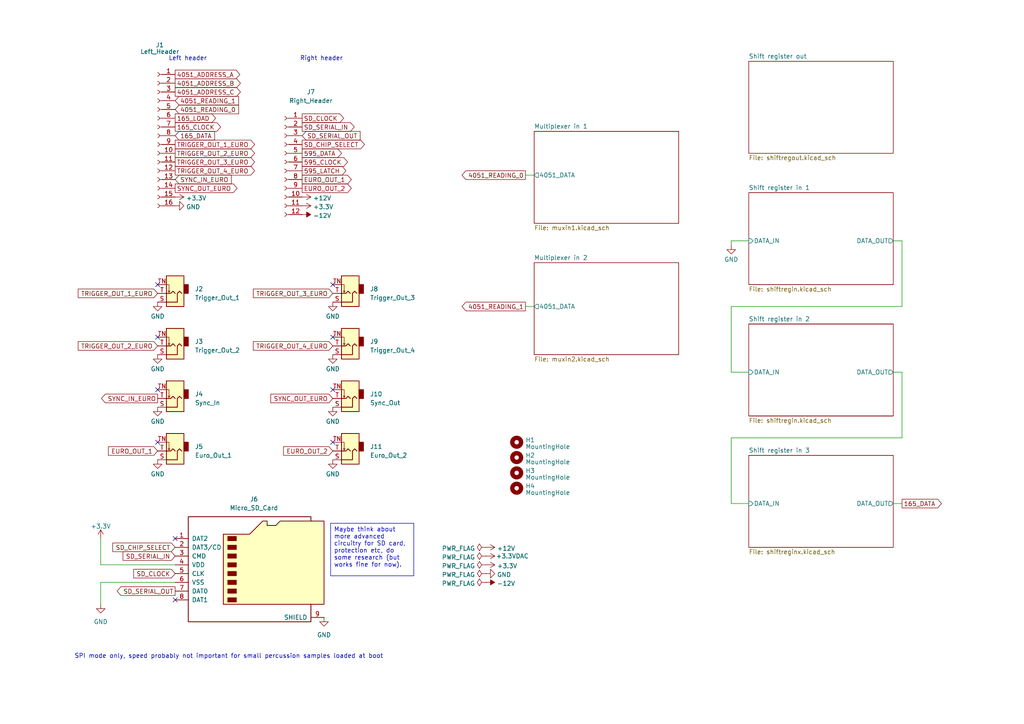
<source format=kicad_sch>
(kicad_sch (version 20230121) (generator eeschema)
  (paper "A4")
  (title_block (title "Drumkid") (rev "2.00"))
  (lib_symbols
    (symbol "Connector:Conn_01x12_Socket" (pin_names (offset 1.016) hide)
      (property "Reference" "J" (at 0 15.24 0))
      (property "Value" "Conn_01x12_Socket" (at 0 -17.78 0))
      (symbol "Conn_01x12_Socket_1_1"
        (arc (start 0 -14.732) (mid -0.5058 -15.24) (end 0 -15.748) (stroke (width 0.1524)))
        (arc (start 0 -12.192) (mid -0.5058 -12.7) (end 0 -13.208) (stroke (width 0.1524)))
        (arc (start 0 -9.652) (mid -0.5058 -10.16) (end 0 -10.668) (stroke (width 0.1524)))
        (arc (start 0 -7.112) (mid -0.5058 -7.62) (end 0 -8.128) (stroke (width 0.1524)))
        (arc (start 0 -4.572) (mid -0.5058 -5.08) (end 0 -5.588) (stroke (width 0.1524)))
        (arc (start 0 -2.032) (mid -0.5058 -2.54) (end 0 -3.048) (stroke (width 0.1524)))
        (polyline (pts (xy -1.27 -15.24) (xy -0.508 -15.24)) (stroke (width 0.1524)))
        (polyline (pts (xy -1.27 -12.7) (xy -0.508 -12.7)) (stroke (width 0.1524)))
        (polyline (pts (xy -1.27 -10.16) (xy -0.508 -10.16)) (stroke (width 0.1524)))
        (polyline (pts (xy -1.27 -7.62) (xy -0.508 -7.62)) (stroke (width 0.1524)))
        (polyline (pts (xy -1.27 -5.08) (xy -0.508 -5.08)) (stroke (width 0.1524)))
        (polyline (pts (xy -1.27 -2.54) (xy -0.508 -2.54)) (stroke (width 0.1524)))
        (polyline (pts (xy -1.27 0) (xy -0.508 0)) (stroke (width 0.1524)))
        (polyline (pts (xy -1.27 2.54) (xy -0.508 2.54)) (stroke (width 0.1524)))
        (polyline (pts (xy -1.27 5.08) (xy -0.508 5.08)) (stroke (width 0.1524)))
        (polyline (pts (xy -1.27 7.62) (xy -0.508 7.62)) (stroke (width 0.1524)))
        (polyline (pts (xy -1.27 10.16) (xy -0.508 10.16)) (stroke (width 0.1524)))
        (polyline (pts (xy -1.27 12.7) (xy -0.508 12.7)) (stroke (width 0.1524)))
        (arc (start 0 0.508) (mid -0.5058 0) (end 0 -0.508) (stroke (width 0.1524)))
        (arc (start 0 3.048) (mid -0.5058 2.54) (end 0 2.032) (stroke (width 0.1524)))
        (arc (start 0 5.588) (mid -0.5058 5.08) (end 0 4.572) (stroke (width 0.1524)))
        (arc (start 0 8.128) (mid -0.5058 7.62) (end 0 7.112) (stroke (width 0.1524)))
        (arc (start 0 10.668) (mid -0.5058 10.16) (end 0 9.652) (stroke (width 0.1524)))
        (arc (start 0 13.208) (mid -0.5058 12.7) (end 0 12.192) (stroke (width 0.1524)))
        (pin passive line (at -5.08 12.7 0) (length 3.81) (name "Pin_1") (number "1"))
        (pin passive line (at -5.08 -10.16 0) (length 3.81) (name "Pin_10") (number "10"))
        (pin passive line (at -5.08 -12.7 0) (length 3.81) (name "Pin_11") (number "11"))
        (pin passive line (at -5.08 -15.24 0) (length 3.81) (name "Pin_12") (number "12"))
        (pin passive line (at -5.08 10.16 0) (length 3.81) (name "Pin_2") (number "2"))
        (pin passive line (at -5.08 7.62 0) (length 3.81) (name "Pin_3") (number "3"))
        (pin passive line (at -5.08 5.08 0) (length 3.81) (name "Pin_4") (number "4"))
        (pin passive line (at -5.08 2.54 0) (length 3.81) (name "Pin_5") (number "5"))
        (pin passive line (at -5.08 0 0) (length 3.81) (name "Pin_6") (number "6"))
        (pin passive line (at -5.08 -2.54 0) (length 3.81) (name "Pin_7") (number "7"))
        (pin passive line (at -5.08 -5.08 0) (length 3.81) (name "Pin_8") (number "8"))
        (pin passive line (at -5.08 -7.62 0) (length 3.81) (name "Pin_9") (number "9"))
      )
    )
    (symbol "Connector:Conn_01x16_Socket" (pin_names (offset 1.016) hide)
      (property "Reference" "J" (at 0 20.32 0))
      (property "Value" "Conn_01x16_Socket" (at 0 -22.86 0))
      (symbol "Conn_01x16_Socket_1_1"
        (arc (start 0 -19.812) (mid -0.5058 -20.32) (end 0 -20.828) (stroke (width 0.1524)))
        (arc (start 0 -17.272) (mid -0.5058 -17.78) (end 0 -18.288) (stroke (width 0.1524)))
        (arc (start 0 -14.732) (mid -0.5058 -15.24) (end 0 -15.748) (stroke (width 0.1524)))
        (arc (start 0 -12.192) (mid -0.5058 -12.7) (end 0 -13.208) (stroke (width 0.1524)))
        (arc (start 0 -9.652) (mid -0.5058 -10.16) (end 0 -10.668) (stroke (width 0.1524)))
        (arc (start 0 -7.112) (mid -0.5058 -7.62) (end 0 -8.128) (stroke (width 0.1524)))
        (arc (start 0 -4.572) (mid -0.5058 -5.08) (end 0 -5.588) (stroke (width 0.1524)))
        (arc (start 0 -2.032) (mid -0.5058 -2.54) (end 0 -3.048) (stroke (width 0.1524)))
        (polyline (pts (xy -1.27 -20.32) (xy -0.508 -20.32)) (stroke (width 0.1524)))
        (polyline (pts (xy -1.27 -17.78) (xy -0.508 -17.78)) (stroke (width 0.1524)))
        (polyline (pts (xy -1.27 -15.24) (xy -0.508 -15.24)) (stroke (width 0.1524)))
        (polyline (pts (xy -1.27 -12.7) (xy -0.508 -12.7)) (stroke (width 0.1524)))
        (polyline (pts (xy -1.27 -10.16) (xy -0.508 -10.16)) (stroke (width 0.1524)))
        (polyline (pts (xy -1.27 -7.62) (xy -0.508 -7.62)) (stroke (width 0.1524)))
        (polyline (pts (xy -1.27 -5.08) (xy -0.508 -5.08)) (stroke (width 0.1524)))
        (polyline (pts (xy -1.27 -2.54) (xy -0.508 -2.54)) (stroke (width 0.1524)))
        (polyline (pts (xy -1.27 0) (xy -0.508 0)) (stroke (width 0.1524)))
        (polyline (pts (xy -1.27 2.54) (xy -0.508 2.54)) (stroke (width 0.1524)))
        (polyline (pts (xy -1.27 5.08) (xy -0.508 5.08)) (stroke (width 0.1524)))
        (polyline (pts (xy -1.27 7.62) (xy -0.508 7.62)) (stroke (width 0.1524)))
        (polyline (pts (xy -1.27 10.16) (xy -0.508 10.16)) (stroke (width 0.1524)))
        (polyline (pts (xy -1.27 12.7) (xy -0.508 12.7)) (stroke (width 0.1524)))
        (polyline (pts (xy -1.27 15.24) (xy -0.508 15.24)) (stroke (width 0.1524)))
        (polyline (pts (xy -1.27 17.78) (xy -0.508 17.78)) (stroke (width 0.1524)))
        (arc (start 0 0.508) (mid -0.5058 0) (end 0 -0.508) (stroke (width 0.1524)))
        (arc (start 0 3.048) (mid -0.5058 2.54) (end 0 2.032) (stroke (width 0.1524)))
        (arc (start 0 5.588) (mid -0.5058 5.08) (end 0 4.572) (stroke (width 0.1524)))
        (arc (start 0 8.128) (mid -0.5058 7.62) (end 0 7.112) (stroke (width 0.1524)))
        (arc (start 0 10.668) (mid -0.5058 10.16) (end 0 9.652) (stroke (width 0.1524)))
        (arc (start 0 13.208) (mid -0.5058 12.7) (end 0 12.192) (stroke (width 0.1524)))
        (arc (start 0 15.748) (mid -0.5058 15.24) (end 0 14.732) (stroke (width 0.1524)))
        (arc (start 0 18.288) (mid -0.5058 17.78) (end 0 17.272) (stroke (width 0.1524)))
        (pin passive line (at -5.08 17.78 0) (length 3.81) (name "Pin_1") (number "1"))
        (pin passive line (at -5.08 -5.08 0) (length 3.81) (name "Pin_10") (number "10"))
        (pin passive line (at -5.08 -7.62 0) (length 3.81) (name "Pin_11") (number "11"))
        (pin passive line (at -5.08 -10.16 0) (length 3.81) (name "Pin_12") (number "12"))
        (pin passive line (at -5.08 -12.7 0) (length 3.81) (name "Pin_13") (number "13"))
        (pin passive line (at -5.08 -15.24 0) (length 3.81) (name "Pin_14") (number "14"))
        (pin passive line (at -5.08 -17.78 0) (length 3.81) (name "Pin_15") (number "15"))
        (pin passive line (at -5.08 -20.32 0) (length 3.81) (name "Pin_16") (number "16"))
        (pin passive line (at -5.08 15.24 0) (length 3.81) (name "Pin_2") (number "2"))
        (pin passive line (at -5.08 12.7 0) (length 3.81) (name "Pin_3") (number "3"))
        (pin passive line (at -5.08 10.16 0) (length 3.81) (name "Pin_4") (number "4"))
        (pin passive line (at -5.08 7.62 0) (length 3.81) (name "Pin_5") (number "5"))
        (pin passive line (at -5.08 5.08 0) (length 3.81) (name "Pin_6") (number "6"))
        (pin passive line (at -5.08 2.54 0) (length 3.81) (name "Pin_7") (number "7"))
        (pin passive line (at -5.08 0 0) (length 3.81) (name "Pin_8") (number "8"))
        (pin passive line (at -5.08 -2.54 0) (length 3.81) (name "Pin_9") (number "9"))
      )
    )
    (symbol "Connector:Micro_SD_Card" (pin_names (offset 1.016))
      (property "Reference" "J" (at -16.51 15.24 0))
      (property "Value" "Micro_SD_Card" (at 16.51 15.24 0))
      (symbol "Micro_SD_Card_0_1"
        (rectangle (start -7.62 -9.525) (end -5.08 -10.795) (fill (type outline)))
        (rectangle (start -7.62 -6.985) (end -5.08 -8.255) (fill (type outline)))
        (rectangle (start -7.62 -4.445) (end -5.08 -5.715) (fill (type outline)))
        (rectangle (start -7.62 -1.905) (end -5.08 -3.175) (fill (type outline)))
        (rectangle (start -7.62 0.635) (end -5.08 -0.635) (fill (type outline)))
        (rectangle (start -7.62 3.175) (end -5.08 1.905) (fill (type outline)))
        (rectangle (start -7.62 5.715) (end -5.08 4.445) (fill (type outline)))
        (rectangle (start -7.62 8.255) (end -5.08 6.985) (fill (type outline)))
        (polyline (pts (xy 16.51 12.7) (xy 16.51 13.97) (xy -19.05 13.97) (xy -19.05 -16.51) (xy 16.51 -16.51) (xy 16.51 -11.43)) (stroke (width 0.254)))
        (polyline (pts (xy -8.89 -11.43) (xy -8.89 8.89) (xy -1.27 8.89) (xy 2.54 12.7) (xy 3.81 12.7) (xy 3.81 11.43) (xy 6.35 11.43) (xy 7.62 12.7) (xy 20.32 12.7) (xy 20.32 -11.43) (xy -8.89 -11.43)) (stroke (width 0.254)) (fill (type background)))
      )
      (symbol "Micro_SD_Card_1_1"
        (pin bidirectional line (at -22.86 7.62 0) (length 3.81) (name "DAT2") (number "1"))
        (pin bidirectional line (at -22.86 5.08 0) (length 3.81) (name "DAT3/CD") (number "2"))
        (pin input line (at -22.86 2.54 0) (length 3.81) (name "CMD") (number "3"))
        (pin power_in line (at -22.86 0 0) (length 3.81) (name "VDD") (number "4"))
        (pin input line (at -22.86 -2.54 0) (length 3.81) (name "CLK") (number "5"))
        (pin power_in line (at -22.86 -5.08 0) (length 3.81) (name "VSS") (number "6"))
        (pin bidirectional line (at -22.86 -7.62 0) (length 3.81) (name "DAT0") (number "7"))
        (pin bidirectional line (at -22.86 -10.16 0) (length 3.81) (name "DAT1") (number "8"))
        (pin passive line (at 20.32 -15.24 180) (length 3.81) (name "SHIELD") (number "9"))
      )
    )
    (symbol "Connector_Audio:AudioJack2_SwitchT"
      (property "Reference" "J" (at 0 8.89 0))
      (property "Value" "AudioJack2_SwitchT" (at 0 6.35 0))
      (symbol "AudioJack2_SwitchT_0_1"
        (rectangle (start -2.54 0) (end -3.81 -2.54) (stroke (width 0.254)) (fill (type outline)))
        (polyline (pts (xy 1.778 -0.254) (xy 2.032 -0.762)))
        (polyline (pts (xy 0 0) (xy 0.635 -0.635) (xy 1.27 0) (xy 2.54 0)) (stroke (width 0.254)))
        (polyline (pts (xy 2.54 -2.54) (xy 1.778 -2.54) (xy 1.778 -0.254) (xy 1.524 -0.762)))
        (polyline (pts (xy 2.54 2.54) (xy -0.635 2.54) (xy -0.635 0) (xy -1.27 -0.635) (xy -1.905 0)) (stroke (width 0.254)))
        (rectangle (start 2.54 3.81) (end -2.54 -5.08) (stroke (width 0.254)) (fill (type background)))
      )
      (symbol "AudioJack2_SwitchT_1_1"
        (pin passive line (at 5.08 2.54 180) (length 2.54) (name "~") (number "S"))
        (pin passive line (at 5.08 0 180) (length 2.54) (name "~") (number "T"))
        (pin passive line (at 5.08 -2.54 180) (length 2.54) (name "~") (number "TN"))
      )
    )
    (symbol "Mechanical:MountingHole" (pin_names (offset 1.016))
      (property "Reference" "H" (at 0 5.08 0))
      (property "Value" "MountingHole" (at 0 3.175 0))
      (symbol "MountingHole_0_1"
        (circle (center 0 0) (radius 1.27) (stroke (width 1.27)))
      )
    )
    (symbol "power:+12V" (power) (pin_names (offset 0))
      (property "Value" "+12V" (at 0 3.556 0))
      (symbol "+12V_0_1"
        (polyline (pts (xy -0.762 1.27) (xy 0 2.54)))
        (polyline (pts (xy 0 0) (xy 0 2.54)))
        (polyline (pts (xy 0 2.54) (xy 0.762 1.27)))
      )
      (symbol "+12V_1_1"
        (pin power_in line (at 0 0 90) (length 0) hide (name "+12V") (number "1"))
      )
    )
    (symbol "power:+3.3V" (power) (pin_names (offset 0))
      (property "Value" "+3.3V" (at 0 3.556 0))
      (symbol "+3.3V_0_1"
        (polyline (pts (xy -0.762 1.27) (xy 0 2.54)))
        (polyline (pts (xy 0 0) (xy 0 2.54)))
        (polyline (pts (xy 0 2.54) (xy 0.762 1.27)))
      )
      (symbol "+3.3V_1_1"
        (pin power_in line (at 0 0 90) (length 0) hide (name "+3.3V") (number "1"))
      )
    )
    (symbol "power:+3.3VDAC" (power) (pin_names (offset 0))
      (property "Value" "+3.3VDAC" (at 0 2.54 0))
      (symbol "+3.3VDAC_0_0"
        (pin power_in line (at 0 0 90) (length 0) hide (name "+3.3VDAC") (number "1"))
      )
      (symbol "+3.3VDAC_0_1"
        (polyline (pts (xy -0.762 1.27) (xy 0 2.54)))
        (polyline (pts (xy 0 0) (xy 0 2.54)))
        (polyline (pts (xy 0 2.54) (xy 0.762 1.27)))
      )
    )
    (symbol "power:-12V" (power) (pin_names (offset 0))
      (property "Value" "-12V" (at 0 3.81 0))
      (symbol "-12V_0_0"
        (pin power_in line (at 0 0 90) (length 0) hide (name "-12V") (number "1"))
      )
      (symbol "-12V_0_1"
        (polyline (pts (xy 0 0) (xy 0 1.27) (xy 0.762 1.27) (xy 0 2.54) (xy -0.762 1.27) (xy 0 1.27)) (fill (type outline)))
      )
    )
    (symbol "power:GND" (power) (pin_names (offset 0))
      (property "Value" "GND" (at 0 -3.81 0))
      (symbol "GND_0_1"
        (polyline (pts (xy 0 0) (xy 0 -1.27) (xy 1.27 -1.27) (xy 0 -2.54) (xy -1.27 -1.27) (xy 0 -1.27)))
      )
      (symbol "GND_1_1"
        (pin power_in line (at 0 0 270) (length 0) hide (name "GND") (number "1"))
      )
    )
    (symbol "power:PWR_FLAG" (power) (pin_numbers hide) (pin_names (offset 0) hide)
      (property "Value" "PWR_FLAG" (at 0 3.81 0))
      (symbol "PWR_FLAG_0_0"
        (pin power_out line (at 0 0 90) (length 0) (name "pwr") (number "1"))
      )
      (symbol "PWR_FLAG_0_1"
        (polyline (pts (xy 0 0) (xy 0 1.27) (xy -1.016 1.905) (xy 0 2.54) (xy 1.016 1.905) (xy 0 1.27)))
      )
    )
  )
  (no_connect (at 96.52 82.55))
  (no_connect (at 45.72 128.27))
  (no_connect (at 96.52 97.79))
  (no_connect (at 96.52 128.27))
  (no_connect (at 50.8 173.99))
  (no_connect (at 50.8 156.21))
  (no_connect (at 45.72 82.55))
  (no_connect (at 96.52 113.03))
  (no_connect (at 45.72 97.79))
  (no_connect (at 45.72 113.03))
  (wire (pts (xy 152.4 88.9) (xy 154.94 88.9)))
  (wire (pts (xy 212.09 127) (xy 212.09 146.05)))
  (wire (pts (xy 261.62 69.85) (xy 261.62 88.9)))
  (wire (pts (xy 212.09 107.95) (xy 217.17 107.95)))
  (wire (pts (xy 259.08 107.95) (xy 261.62 107.95)))
  (wire (pts (xy 50.8 168.91) (xy 29.21 168.91)))
  (wire (pts (xy 29.21 163.83) (xy 50.8 163.83)))
  (wire (pts (xy 29.21 168.91) (xy 29.21 175.26)))
  (wire (pts (xy 259.08 69.85) (xy 261.62 69.85)))
  (wire (pts (xy 212.09 69.85) (xy 212.09 71.12)))
  (wire (pts (xy 261.62 88.9) (xy 212.09 88.9)))
  (wire (pts (xy 212.09 88.9) (xy 212.09 107.95)))
  (wire (pts (xy 29.21 156.21) (xy 29.21 163.83)))
  (wire (pts (xy 212.09 146.05) (xy 217.17 146.05)))
  (wire (pts (xy 152.4 50.8) (xy 154.94 50.8)))
  (wire (pts (xy 212.09 69.85) (xy 217.17 69.85)))
  (wire (pts (xy 261.62 107.95) (xy 261.62 127)))
  (wire (pts (xy 261.62 127) (xy 212.09 127)))
  (wire (pts (xy 259.08 146.05) (xy 261.62 146.05)))
  (text_box "Maybe think about more advanced circuitry for SD card, protection etc, do some research (but works fine for now)." (at 95.885 151.765 0) (size 24.13 15.24) (effects (font (size 1.27 1.27)) (justify left top)))
  (text "Right header" (at 86.995 17.78 0) (effects (font (size 1.27 1.27)) (justify left bottom)))
  (text "Left header" (at 48.895 17.78 0) (effects (font (size 1.27 1.27)) (justify left bottom)))
  (text "SPI mode only, speed probably not important for small percussion samples loaded at boot" (at 21.59 191.135 0) (effects (font (size 1.27 1.27)) (justify left bottom)))
  (global_label "4051_ADDRESS_C" (shape output) (at 50.8 26.67 0) (property "Intersheetrefs" "${INTERSHEET_REFS}" (effects hide)))
  (global_label "165_DATA" (shape output) (at 261.62 146.05 0) (property "Intersheetrefs" "${INTERSHEET_REFS}" (effects hide)))
  (global_label "SD_CHIP_SELECT" (shape input) (at 50.8 158.75 180) (property "Intersheetrefs" "${INTERSHEET_REFS}" (effects hide)))
  (global_label "EURO_OUT_1" (shape input) (at 45.72 130.81 180) (property "Intersheetrefs" "${INTERSHEET_REFS}" (effects hide)))
  (global_label "TRIGGER_OUT_3_EURO" (shape output) (at 50.8 46.99 0) (property "Intersheetrefs" "${INTERSHEET_REFS}" (effects hide)))
  (global_label "4051_ADDRESS_A" (shape output) (at 50.8 21.59 0) (property "Intersheetrefs" "${INTERSHEET_REFS}" (effects hide)))
  (global_label "EURO_OUT_2" (shape input) (at 96.52 130.81 180) (property "Intersheetrefs" "${INTERSHEET_REFS}" (effects hide)))
  (global_label "SD_SERIAL_IN" (shape input) (at 50.8 161.29 180) (property "Intersheetrefs" "${INTERSHEET_REFS}" (effects hide)))
  (global_label "TRIGGER_OUT_2_EURO" (shape input) (at 45.72 100.33 180) (property "Intersheetrefs" "${INTERSHEET_REFS}" (effects hide)))
  (global_label "165_LOAD" (shape output) (at 50.8 34.29 0) (property "Intersheetrefs" "${INTERSHEET_REFS}" (effects hide)))
  (global_label "4051_READING_1" (shape input) (at 50.8 29.21 0) (property "Intersheetrefs" "${INTERSHEET_REFS}" (effects hide)))
  (global_label "SD_SERIAL_IN" (shape output) (at 87.63 36.83 0) (property "Intersheetrefs" "${INTERSHEET_REFS}" (effects hide)))
  (global_label "165_DATA" (shape input) (at 50.8 39.37 0) (property "Intersheetrefs" "${INTERSHEET_REFS}" (effects hide)))
  (global_label "TRIGGER_OUT_1_EURO" (shape output) (at 50.8 41.91 0) (property "Intersheetrefs" "${INTERSHEET_REFS}" (effects hide)))
  (global_label "SYNC_OUT_EURO" (shape output) (at 50.8 54.61 0) (property "Intersheetrefs" "${INTERSHEET_REFS}" (effects hide)))
  (global_label "595_LATCH" (shape output) (at 87.63 49.53 0) (property "Intersheetrefs" "${INTERSHEET_REFS}" (effects hide)))
  (global_label "TRIGGER_OUT_2_EURO" (shape output) (at 50.8 44.45 0) (property "Intersheetrefs" "${INTERSHEET_REFS}" (effects hide)))
  (global_label "TRIGGER_OUT_4_EURO" (shape input) (at 96.52 100.33 180) (property "Intersheetrefs" "${INTERSHEET_REFS}" (effects hide)))
  (global_label "SYNC_IN_EURO" (shape output) (at 45.72 115.57 180) (property "Intersheetrefs" "${INTERSHEET_REFS}" (effects hide)))
  (global_label "4051_READING_0" (shape input) (at 50.8 31.75 0) (property "Intersheetrefs" "${INTERSHEET_REFS}" (effects hide)))
  (global_label "SD_SERIAL_OUT" (shape output) (at 50.8 171.45 180) (property "Intersheetrefs" "${INTERSHEET_REFS}" (effects hide)))
  (global_label "TRIGGER_OUT_4_EURO" (shape output) (at 50.8 49.53 0) (property "Intersheetrefs" "${INTERSHEET_REFS}" (effects hide)))
  (global_label "SYNC_OUT_EURO" (shape input) (at 96.52 115.57 180) (property "Intersheetrefs" "${INTERSHEET_REFS}" (effects hide)))
  (global_label "TRIGGER_OUT_1_EURO" (shape input) (at 45.72 85.09 180) (property "Intersheetrefs" "${INTERSHEET_REFS}" (effects hide)))
  (global_label "EURO_OUT_2" (shape output) (at 87.63 54.61 0) (property "Intersheetrefs" "${INTERSHEET_REFS}" (effects hide)))
  (global_label "595_DATA" (shape output) (at 87.63 44.45 0) (property "Intersheetrefs" "${INTERSHEET_REFS}" (effects hide)))
  (global_label "SD_CHIP_SELECT" (shape output) (at 87.63 41.91 0) (property "Intersheetrefs" "${INTERSHEET_REFS}" (effects hide)))
  (global_label "TRIGGER_OUT_3_EURO" (shape input) (at 96.52 85.09 180) (property "Intersheetrefs" "${INTERSHEET_REFS}" (effects hide)))
  (global_label "SD_SERIAL_OUT" (shape input) (at 87.63 39.37 0) (property "Intersheetrefs" "${INTERSHEET_REFS}" (effects hide)))
  (global_label "165_CLOCK" (shape output) (at 50.8 36.83 0) (property "Intersheetrefs" "${INTERSHEET_REFS}" (effects hide)))
  (global_label "4051_READING_1" (shape output) (at 152.4 88.9 180) (property "Intersheetrefs" "${INTERSHEET_REFS}" (effects hide)))
  (global_label "SYNC_IN_EURO" (shape input) (at 50.8 52.07 0) (property "Intersheetrefs" "${INTERSHEET_REFS}" (effects hide)))
  (global_label "595_CLOCK" (shape output) (at 87.63 46.99 0) (property "Intersheetrefs" "${INTERSHEET_REFS}" (effects hide)))
  (global_label "4051_READING_0" (shape output) (at 152.4 50.8 180) (property "Intersheetrefs" "${INTERSHEET_REFS}" (effects hide)))
  (global_label "SD_CLOCK" (shape output) (at 87.63 34.29 0) (property "Intersheetrefs" "${INTERSHEET_REFS}" (effects hide)))
  (global_label "SD_CLOCK" (shape input) (at 50.8 166.37 180) (property "Intersheetrefs" "${INTERSHEET_REFS}" (effects hide)))
  (global_label "4051_ADDRESS_B" (shape output) (at 50.8 24.13 0) (property "Intersheetrefs" "${INTERSHEET_REFS}" (effects hide)))
  (global_label "EURO_OUT_1" (shape output) (at 87.63 52.07 0) (property "Intersheetrefs" "${INTERSHEET_REFS}" (effects hide)))
  (symbol (lib_id "power:GND") (at 45.72 102.87 0) (unit 1)
    (property "Reference" "#PWR04" (effects hide))
    (property "Value" "GND" (at 45.72 107.0055 0))
  )
  (symbol (lib_id "Connector_Audio:AudioJack2_SwitchT") (at 50.8 115.57 180) (unit 1)
    (property "Reference" "J4" (at 56.515 114.3 0) (effects (justify right)))
    (property "Value" "Sync_In" (at 56.515 116.84 0) (effects (justify right)))
    (property "Footprint" "AudioJacks:Jack_3.5mm_QingPu_WQP-PJ398SM_Vertical" (effects hide))
  )
  (symbol (lib_id "power:PWR_FLAG") (at 140.97 158.75 90) (unit 1)
    (property "Reference" "#FLG01" (effects hide))
    (property "Value" "PWR_FLAG" (at 137.7951 159.0668 90) (effects (justify left)))
  )
  (symbol (lib_id "power:GND") (at 96.52 133.35 0) (unit 1)
    (property "Reference" "#PWR021" (effects hide))
    (property "Value" "GND" (at 96.52 137.4855 0))
  )
  (symbol (lib_id "Connector_Audio:AudioJack2_SwitchT") (at 50.8 130.81 180) (unit 1)
    (property "Reference" "J5" (at 56.515 129.54 0) (effects (justify right)))
    (property "Value" "Euro_Out_1" (at 56.515 132.08 0) (effects (justify right)))
    (property "Footprint" "AudioJacks:Jack_3.5mm_QingPu_WQP-PJ398SM_Vertical" (effects hide))
  )
  (symbol (lib_id "power:+3.3VDAC") (at 140.97 161.29 270) (unit 1)
    (property "Reference" "#PWR023" (effects hide))
    (property "Value" "+3.3VDAC" (at 148.59 161.29 90))
  )
  (symbol (lib_id "power:PWR_FLAG") (at 140.97 161.29 90) (unit 1)
    (property "Reference" "#FLG02" (effects hide))
    (property "Value" "PWR_FLAG" (at 137.7951 161.6068 90) (effects (justify left)))
  )
  (symbol (lib_id "power:GND") (at 140.97 166.37 90) (unit 1)
    (property "Reference" "#PWR025" (effects hide))
    (property "Value" "GND" (at 144.145 166.6868 90) (effects (justify right)))
  )
  (symbol (lib_id "power:GND") (at 29.21 175.26 0) (unit 1)
    (property "Reference" "#PWR02" (effects hide))
    (property "Value" "GND" (at 29.21 180.34 0))
  )
  (symbol (lib_id "Connector_Audio:AudioJack2_SwitchT") (at 101.6 100.33 180) (unit 1)
    (property "Reference" "J9" (at 107.315 99.06 0) (effects (justify right)))
    (property "Value" "Trigger_Out_4" (at 107.315 101.6 0) (effects (justify right)))
    (property "Footprint" "AudioJacks:Jack_3.5mm_QingPu_WQP-PJ398SM_Vertical" (effects hide))
  )
  (symbol (lib_id "power:-12V") (at 87.63 62.23 270) (unit 1)
    (property "Reference" "#PWR016" (effects hide))
    (property "Value" "-12V" (at 90.805 62.5468 90) (effects (justify left)))
  )
  (symbol (lib_id "Connector_Audio:AudioJack2_SwitchT") (at 101.6 115.57 180) (unit 1)
    (property "Reference" "J10" (at 107.315 114.3 0) (effects (justify right)))
    (property "Value" "Sync_Out" (at 107.315 116.84 0) (effects (justify right)))
    (property "Footprint" "AudioJacks:Jack_3.5mm_QingPu_WQP-PJ398SM_Vertical" (effects hide))
  )
  (symbol (lib_id "power:GND") (at 212.09 71.12 0) (unit 1)
    (property "Reference" "#PWR027" (effects hide))
    (property "Value" "GND" (at 212.09 75.2555 0))
  )
  (symbol (lib_id "Connector_Audio:AudioJack2_SwitchT") (at 101.6 85.09 180) (unit 1)
    (property "Reference" "J8" (at 107.315 83.82 0) (effects (justify right)))
    (property "Value" "Trigger_Out_3" (at 107.315 86.36 0) (effects (justify right)))
    (property "Footprint" "AudioJacks:Jack_3.5mm_QingPu_WQP-PJ398SM_Vertical" (effects hide))
  )
  (symbol (lib_id "Mechanical:MountingHole") (at 149.86 137.16 0) (unit 1)
    (property "Reference" "H3" (at 152.4 136.5163 0) (effects (justify left)))
    (property "Value" "MountingHole" (at 152.4 138.4373 0) (effects (justify left)))
    (property "Footprint" "MountingHole:MountingHole_3.2mm_M3" (effects hide))
  )
  (symbol (lib_id "Connector:Conn_01x16_Socket") (at 45.72 39.37 0) (mirror y) (unit 1)
    (property "Reference" "J1" (at 46.355 13.0429 0))
    (property "Value" "Left_Header" (at 46.355 14.9639 0))
    (property "Footprint" "Connector_PinHeader_2.54mm:PinHeader_1x16_P2.54mm_Vertical" (effects hide))
  )
  (symbol (lib_id "power:+3.3V") (at 140.97 163.83 270) (unit 1)
    (property "Reference" "#PWR024" (effects hide))
    (property "Value" "+3.3V" (at 144.145 164.1468 90) (effects (justify left)))
  )
  (symbol (lib_id "power:+3.3V") (at 50.8 57.15 270) (unit 1)
    (property "Reference" "#PWR09" (effects hide))
    (property "Value" "+3.3V" (at 53.975 57.4668 90) (effects (justify left)))
  )
  (symbol (lib_id "power:GND") (at 45.72 133.35 0) (unit 1)
    (property "Reference" "#PWR06" (effects hide))
    (property "Value" "GND" (at 45.72 137.4855 0))
  )
  (symbol (lib_id "power:+3.3V") (at 29.21 156.21 0) (unit 1)
    (property "Reference" "#PWR01" (effects hide))
    (property "Value" "+3.3V" (at 29.21 152.654 0))
  )
  (symbol (lib_id "power:+3.3V") (at 87.63 59.69 270) (unit 1)
    (property "Reference" "#PWR014" (effects hide))
    (property "Value" "+3.3V" (at 90.805 60.0068 90) (effects (justify left)))
  )
  (symbol (lib_id "Connector:Conn_01x12_Socket") (at 82.55 46.99 0) (mirror y) (unit 1)
    (property "Reference" "J7" (at 90.17 26.67 0))
    (property "Value" "Right_Header" (at 90.17 29.21 0))
    (property "Footprint" "Connector_PinHeader_2.54mm:PinHeader_1x12_P2.54mm_Vertical" (effects hide))
  )
  (symbol (lib_id "power:GND") (at 96.52 102.87 0) (unit 1)
    (property "Reference" "#PWR019" (effects hide))
    (property "Value" "GND" (at 96.52 107.0055 0))
  )
  (symbol (lib_id "power:+12V") (at 140.97 158.75 270) (unit 1)
    (property "Reference" "#PWR022" (effects hide))
    (property "Value" "+12V" (at 144.145 159.0668 90) (effects (justify left)))
  )
  (symbol (lib_id "Mechanical:MountingHole") (at 149.86 141.605 0) (unit 1)
    (property "Reference" "H4" (at 152.4 140.9613 0) (effects (justify left)))
    (property "Value" "MountingHole" (at 152.4 142.8823 0) (effects (justify left)))
    (property "Footprint" "MountingHole:MountingHole_3.2mm_M3" (effects hide))
  )
  (symbol (lib_id "power:GND") (at 45.72 118.11 0) (unit 1)
    (property "Reference" "#PWR05" (effects hide))
    (property "Value" "GND" (at 45.72 122.2455 0))
  )
  (symbol (lib_id "Mechanical:MountingHole") (at 149.86 128.27 0) (unit 1)
    (property "Reference" "H1" (at 152.4 127.6263 0) (effects (justify left)))
    (property "Value" "MountingHole" (at 152.4 129.5473 0) (effects (justify left)))
    (property "Footprint" "MountingHole:MountingHole_3.2mm_M3" (effects hide))
  )
  (symbol (lib_id "power:PWR_FLAG") (at 140.97 168.91 90) (unit 1)
    (property "Reference" "#FLG05" (effects hide))
    (property "Value" "PWR_FLAG" (at 137.7951 169.2268 90) (effects (justify left)))
  )
  (symbol (lib_id "power:-12V") (at 140.97 168.91 270) (unit 1)
    (property "Reference" "#PWR026" (effects hide))
    (property "Value" "-12V" (at 144.145 169.2268 90) (effects (justify left)))
  )
  (symbol (lib_id "Connector_Audio:AudioJack2_SwitchT") (at 101.6 130.81 180) (unit 1)
    (property "Reference" "J11" (at 107.315 129.54 0) (effects (justify right)))
    (property "Value" "Euro_Out_2" (at 107.315 132.08 0) (effects (justify right)))
    (property "Footprint" "AudioJacks:Jack_3.5mm_QingPu_WQP-PJ398SM_Vertical" (effects hide))
  )
  (symbol (lib_id "Mechanical:MountingHole") (at 149.86 132.715 0) (unit 1)
    (property "Reference" "H2" (at 152.4 132.0713 0) (effects (justify left)))
    (property "Value" "MountingHole" (at 152.4 133.9923 0) (effects (justify left)))
    (property "Footprint" "MountingHole:MountingHole_3.2mm_M3" (effects hide))
  )
  (symbol (lib_id "power:GND") (at 45.72 87.63 0) (unit 1)
    (property "Reference" "#PWR03" (effects hide))
    (property "Value" "GND" (at 45.72 91.7655 0))
  )
  (symbol (lib_id "power:PWR_FLAG") (at 140.97 166.37 90) (unit 1)
    (property "Reference" "#FLG04" (effects hide))
    (property "Value" "PWR_FLAG" (at 137.7951 166.6868 90) (effects (justify left)))
  )
  (symbol (lib_id "power:GND") (at 50.8 59.69 90) (unit 1)
    (property "Reference" "#PWR010" (effects hide))
    (property "Value" "GND" (at 53.975 60.0068 90) (effects (justify right)))
  )
  (symbol (lib_id "Connector_Audio:AudioJack2_SwitchT") (at 50.8 85.09 180) (unit 1)
    (property "Reference" "J2" (at 56.515 83.82 0) (effects (justify right)))
    (property "Value" "Trigger_Out_1" (at 56.515 86.36 0) (effects (justify right)))
    (property "Footprint" "AudioJacks:Jack_3.5mm_QingPu_WQP-PJ398SM_Vertical" (effects hide))
  )
  (symbol (lib_id "Connector_Audio:AudioJack2_SwitchT") (at 50.8 100.33 180) (unit 1)
    (property "Reference" "J3" (at 56.515 99.06 0) (effects (justify right)))
    (property "Value" "Trigger_Out_2" (at 56.515 101.6 0) (effects (justify right)))
    (property "Footprint" "AudioJacks:Jack_3.5mm_QingPu_WQP-PJ398SM_Vertical" (effects hide))
  )
  (symbol (lib_id "power:GND") (at 93.98 179.07 0) (unit 1)
    (property "Reference" "#PWR017" (effects hide))
    (property "Value" "GND" (at 93.98 184.15 0))
  )
  (symbol (lib_id "power:PWR_FLAG") (at 140.97 163.83 90) (unit 1)
    (property "Reference" "#FLG03" (effects hide))
    (property "Value" "PWR_FLAG" (at 137.7951 164.1468 90) (effects (justify left)))
  )
  (symbol (lib_id "power:GND") (at 96.52 87.63 0) (unit 1)
    (property "Reference" "#PWR018" (effects hide))
    (property "Value" "GND" (at 96.52 91.7655 0))
  )
  (symbol (lib_id "power:GND") (at 96.52 118.11 0) (unit 1)
    (property "Reference" "#PWR020" (effects hide))
    (property "Value" "GND" (at 96.52 122.2455 0))
  )
  (symbol (lib_id "Connector:Micro_SD_Card") (at 73.66 163.83 0) (unit 1)
    (property "Reference" "J6" (at 73.66 144.7831 0))
    (property "Value" "Micro_SD_Card" (at 73.66 147.32 0))
    (property "Footprint" "misc:YAMAICHI_MICROSD_VERTICAL" (effects hide))
    (property "Datasheet" "http://katalog.we-online.de/em/datasheet/693072010801.pdf" (effects hide))
  )
  (symbol (lib_id "power:+12V") (at 87.63 57.15 270) (unit 1)
    (property "Reference" "#PWR012" (effects hide))
    (property "Value" "+12V" (at 90.805 57.4668 90) (effects (justify left)))
  )
  (sheet (at 217.17 132.08) (size 41.91 26.67) (stroke (width 0.1524))
    (property "Sheetname" "Shift register in 3" (at 217.17 131.3684 0) (effects (justify left bottom)))
    (property "Sheetfile" "shiftreginx.kicad_sch" (at 217.17 159.3346 0) (effects (justify left top)))
    (pin "DATA_OUT" output (at 259.08 146.05 0))
    (pin "DATA_IN" input (at 217.17 146.05 180))
  )
  (sheet (at 217.17 93.98) (size 41.91 26.67) (stroke (width 0.1524))
    (property "Sheetname" "Shift register in 2" (at 217.17 93.2684 0) (effects (justify left bottom)))
    (property "Sheetfile" "shiftregin.kicad_sch" (at 217.17 121.2346 0) (effects (justify left top)))
    (pin "DATA_OUT" output (at 259.08 107.95 0))
    (pin "DATA_IN" input (at 217.17 107.95 180))
  )
  (sheet (at 154.94 38.1) (size 41.91 26.67) (stroke (width 0.1524))
    (property "Sheetname" "Multiplexer in 1" (at 154.94 37.3884 0) (effects (justify left bottom)))
    (property "Sheetfile" "muxin1.kicad_sch" (at 154.94 65.3546 0) (effects (justify left top)))
    (pin "4051_DATA" output (at 154.94 50.8 180))
  )
  (sheet (at 217.17 55.88) (size 41.91 26.67) (stroke (width 0.1524))
    (property "Sheetname" "Shift register in 1" (at 217.17 55.1684 0) (effects (justify left bottom)))
    (property "Sheetfile" "shiftregin.kicad_sch" (at 217.17 83.1346 0) (effects (justify left top)))
    (pin "DATA_OUT" output (at 259.08 69.85 0))
    (pin "DATA_IN" input (at 217.17 69.85 180))
  )
  (sheet (at 154.94 76.2) (size 41.91 26.67) (stroke (width 0.1524))
    (property "Sheetname" "Multiplexer in 2" (at 154.94 75.4884 0) (effects (justify left bottom)))
    (property "Sheetfile" "muxin2.kicad_sch" (at 154.94 103.4546 0) (effects (justify left top)))
    (pin "4051_DATA" output (at 154.94 88.9 180))
  )
  (sheet (at 217.17 17.78) (size 41.91 26.67) (stroke (width 0.1524))
    (property "Sheetname" "Shift register out" (at 217.17 17.0684 0) (effects (justify left bottom)))
    (property "Sheetfile" "shiftregout.kicad_sch" (at 217.17 45.0346 0) (effects (justify left top)))
  )
)
</source>
